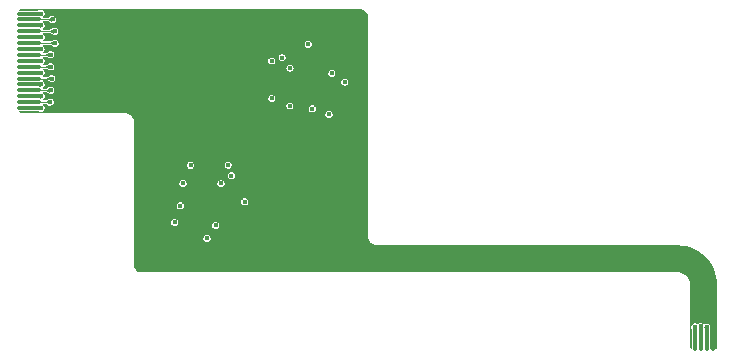
<source format=gbr>
%TF.GenerationSoftware,KiCad,Pcbnew,9.0.1*%
%TF.CreationDate,2025-05-20T09:40:34+02:00*%
%TF.ProjectId,Card_Adapter_Flex_AddOn,43617264-5f41-4646-9170-7465725f466c,0*%
%TF.SameCoordinates,Original*%
%TF.FileFunction,Copper,L4,Bot*%
%TF.FilePolarity,Positive*%
%FSLAX46Y46*%
G04 Gerber Fmt 4.6, Leading zero omitted, Abs format (unit mm)*
G04 Created by KiCad (PCBNEW 9.0.1) date 2025-05-20 09:40:34*
%MOMM*%
%LPD*%
G01*
G04 APERTURE LIST*
G04 Aperture macros list*
%AMRoundRect*
0 Rectangle with rounded corners*
0 $1 Rounding radius*
0 $2 $3 $4 $5 $6 $7 $8 $9 X,Y pos of 4 corners*
0 Add a 4 corners polygon primitive as box body*
4,1,4,$2,$3,$4,$5,$6,$7,$8,$9,$2,$3,0*
0 Add four circle primitives for the rounded corners*
1,1,$1+$1,$2,$3*
1,1,$1+$1,$4,$5*
1,1,$1+$1,$6,$7*
1,1,$1+$1,$8,$9*
0 Add four rect primitives between the rounded corners*
20,1,$1+$1,$2,$3,$4,$5,0*
20,1,$1+$1,$4,$5,$6,$7,0*
20,1,$1+$1,$6,$7,$8,$9,0*
20,1,$1+$1,$8,$9,$2,$3,0*%
G04 Aperture macros list end*
%TA.AperFunction,SMDPad,CuDef*%
%ADD10RoundRect,0.045000X-0.105000X-0.955000X0.105000X-0.955000X0.105000X0.955000X-0.105000X0.955000X0*%
%TD*%
%TA.AperFunction,SMDPad,CuDef*%
%ADD11RoundRect,0.045000X-0.955000X0.105000X-0.955000X-0.105000X0.955000X-0.105000X0.955000X0.105000X0*%
%TD*%
%TA.AperFunction,ViaPad*%
%ADD12C,0.400000*%
%TD*%
%TA.AperFunction,Conductor*%
%ADD13C,0.200000*%
%TD*%
%TA.AperFunction,Conductor*%
%ADD14C,0.300000*%
%TD*%
%TA.AperFunction,Conductor*%
%ADD15C,0.100000*%
%TD*%
G04 APERTURE END LIST*
D10*
%TO.P,J2,1,Pin_1*%
%TO.N,+3V3*%
X121950000Y-80470000D03*
%TO.P,J2,2,Pin_2*%
%TO.N,Heim_time_in*%
X121450000Y-80470000D03*
%TO.P,J2,3,Pin_3*%
%TO.N,GND*%
X120950000Y-80470000D03*
%TO.P,J2,4,Pin_4*%
%TO.N,Master_trigger_in*%
X120450000Y-80470000D03*
%TD*%
D11*
%TO.P,J1,1,Pin_1*%
%TO.N,GND*%
X64100000Y-60950000D03*
%TO.P,J1,2,Pin_2*%
%TO.N,Master_trigger_out_1*%
X64100000Y-60450000D03*
%TO.P,J1,3,Pin_3*%
%TO.N,GND*%
X64100000Y-59950000D03*
%TO.P,J1,4,Pin_4*%
%TO.N,Master_trigger_out_2*%
X64100000Y-59450000D03*
%TO.P,J1,5,Pin_5*%
%TO.N,GND*%
X64100000Y-58950000D03*
%TO.P,J1,6,Pin_6*%
%TO.N,Master_trigger_out_3*%
X64100000Y-58450000D03*
%TO.P,J1,7,Pin_7*%
%TO.N,GND*%
X64100000Y-57950000D03*
%TO.P,J1,8,Pin_8*%
%TO.N,Master_trigger_out_4*%
X64100000Y-57450000D03*
%TO.P,J1,9,Pin_9*%
%TO.N,GND*%
X64100000Y-56950000D03*
%TO.P,J1,10,Pin_10*%
%TO.N,Heim_time_out_1*%
X64100000Y-56450000D03*
%TO.P,J1,11,Pin_11*%
%TO.N,GND*%
X64100000Y-55950000D03*
%TO.P,J1,12,Pin_12*%
%TO.N,Heim_time_out_2*%
X64100000Y-55450000D03*
%TO.P,J1,13,Pin_13*%
%TO.N,GND*%
X64100000Y-54950000D03*
%TO.P,J1,14,Pin_14*%
%TO.N,Heim_time_out_3*%
X64100000Y-54450000D03*
%TO.P,J1,15,Pin_15*%
%TO.N,GND*%
X64100000Y-53950000D03*
%TO.P,J1,16,Pin_16*%
%TO.N,Heim_time_out_4*%
X64100000Y-53450000D03*
%TO.P,J1,17,Pin_17*%
%TO.N,GND*%
X64100000Y-52950000D03*
%TD*%
D12*
%TO.N,GND*%
X65100000Y-54950000D03*
X88060000Y-61010000D03*
X79885000Y-70880002D03*
X81215000Y-66660000D03*
X84630000Y-60130000D03*
X90810000Y-58740000D03*
X89720002Y-58000000D03*
X82335000Y-68880000D03*
X120950000Y-79440000D03*
X79145000Y-71970000D03*
X65100000Y-60950000D03*
X80324750Y-67333142D03*
X89470000Y-61470000D03*
X85500000Y-56670000D03*
X65100000Y-56950000D03*
X76415000Y-70630000D03*
X80935000Y-65780000D03*
X87720000Y-55550000D03*
X65100000Y-55950000D03*
X86173142Y-57560250D03*
X65100000Y-57950000D03*
X84620000Y-56950000D03*
X65100000Y-53950000D03*
X65100000Y-52950000D03*
X65100000Y-58950000D03*
X65100000Y-59950000D03*
X76875000Y-69220000D03*
X77755000Y-65790000D03*
X86160000Y-60770000D03*
X77115000Y-67320000D03*
%TO.N,Heim_time_in*%
X121450000Y-79470000D03*
%TO.N,Master_trigger_in*%
X120450000Y-79460000D03*
%TO.N,+3V3*%
X81375000Y-68880000D03*
X78075000Y-67320000D03*
X89850000Y-58740000D03*
X86160000Y-59810000D03*
X79145000Y-71010000D03*
X89660000Y-59560000D03*
X80510000Y-70240000D03*
X89070000Y-57370000D03*
X87720000Y-56510000D03*
X78325000Y-70820000D03*
%TO.N,Heim_time_out_1*%
X65910797Y-56426770D03*
%TO.N,Heim_time_out_2*%
X66280000Y-55460000D03*
%TO.N,Heim_time_out_3*%
X66250000Y-54450000D03*
%TO.N,Heim_time_out_4*%
X66070000Y-53450000D03*
%TO.N,Master_trigger_out_1*%
X65890507Y-60440768D03*
%TO.N,Master_trigger_out_2*%
X65920000Y-59450000D03*
%TO.N,Master_trigger_out_3*%
X66010000Y-58450000D03*
%TO.N,Master_trigger_out_4*%
X65913783Y-57451412D03*
%TD*%
D13*
%TO.N,Heim_time_in*%
X121450000Y-80470000D02*
X121450000Y-79470000D01*
%TO.N,Master_trigger_in*%
X120450000Y-80470000D02*
X120450000Y-79460000D01*
D14*
%TO.N,GND*%
X65100000Y-60950000D02*
X64100000Y-60950000D01*
X65100000Y-59950000D02*
X64100000Y-59950000D01*
X65100000Y-58950000D02*
X64100000Y-58950000D01*
X65100000Y-57950000D02*
X64100000Y-57950000D01*
X65100000Y-56950000D02*
X64100000Y-56950000D01*
X65100000Y-55950000D02*
X64100000Y-55950000D01*
X65100000Y-54950000D02*
X64100000Y-54950000D01*
X64100000Y-53950000D02*
X65100000Y-53950000D01*
X65100000Y-52950000D02*
X64100000Y-52950000D01*
D15*
X120950000Y-79440000D02*
X120950000Y-80470000D01*
%TO.N,Heim_time_out_1*%
X65910797Y-56426770D02*
X65887567Y-56450000D01*
X65887567Y-56450000D02*
X64100000Y-56450000D01*
%TO.N,Heim_time_out_2*%
X66270000Y-55450000D02*
X64100000Y-55450000D01*
X66280000Y-55460000D02*
X66270000Y-55450000D01*
%TO.N,Heim_time_out_3*%
X66250000Y-54450000D02*
X64100000Y-54450000D01*
%TO.N,Heim_time_out_4*%
X66070000Y-53450000D02*
X64100000Y-53450000D01*
%TO.N,Master_trigger_out_1*%
X65890507Y-60440768D02*
X65881275Y-60450000D01*
X65881275Y-60450000D02*
X64100000Y-60450000D01*
%TO.N,Master_trigger_out_2*%
X65920000Y-59450000D02*
X64100000Y-59450000D01*
%TO.N,Master_trigger_out_3*%
X66010000Y-58450000D02*
X64100000Y-58450000D01*
%TO.N,Master_trigger_out_4*%
X65708588Y-57451412D02*
X65707176Y-57450000D01*
X65707176Y-57450000D02*
X64100000Y-57450000D01*
X65913783Y-57451412D02*
X65708588Y-57451412D01*
%TD*%
%TA.AperFunction,Conductor*%
%TO.N,+3V3*%
G36*
X92112733Y-52550807D02*
G01*
X92249048Y-52566166D01*
X92259732Y-52568605D01*
X92386596Y-52612997D01*
X92396478Y-52617756D01*
X92510151Y-52689180D01*
X92510283Y-52689263D01*
X92518862Y-52696105D01*
X92613894Y-52791137D01*
X92620736Y-52799716D01*
X92692242Y-52913519D01*
X92697002Y-52923404D01*
X92741392Y-53050260D01*
X92743834Y-53060958D01*
X92759192Y-53197266D01*
X92759500Y-53202752D01*
X92759500Y-71693071D01*
X92759500Y-71720000D01*
X92759500Y-71803767D01*
X92769494Y-71854010D01*
X92792183Y-71968079D01*
X92792185Y-71968085D01*
X92856296Y-72122862D01*
X92949371Y-72262159D01*
X93067840Y-72380628D01*
X93204214Y-72471750D01*
X93207137Y-72473703D01*
X93361918Y-72537816D01*
X93526233Y-72570500D01*
X93590009Y-72570500D01*
X118973071Y-72570500D01*
X118998714Y-72570500D01*
X119001278Y-72570567D01*
X119347561Y-72588715D01*
X119352643Y-72589249D01*
X119693871Y-72643294D01*
X119698883Y-72644360D01*
X120032574Y-72733772D01*
X120037446Y-72735355D01*
X120359968Y-72859159D01*
X120364644Y-72861241D01*
X120672462Y-73018082D01*
X120676900Y-73020644D01*
X120966638Y-73208802D01*
X120970775Y-73211808D01*
X121062494Y-73286080D01*
X121239260Y-73429222D01*
X121243071Y-73432654D01*
X121487345Y-73676928D01*
X121490777Y-73680739D01*
X121708186Y-73949217D01*
X121711201Y-73953367D01*
X121899353Y-74243096D01*
X121901917Y-74247537D01*
X122058756Y-74555350D01*
X122060842Y-74560036D01*
X122184643Y-74882550D01*
X122186228Y-74887428D01*
X122275638Y-75221113D01*
X122276705Y-75226130D01*
X122330749Y-75567346D01*
X122331285Y-75572446D01*
X122349433Y-75918720D01*
X122349500Y-75921285D01*
X122349500Y-81166142D01*
X122348897Y-81173807D01*
X122348897Y-81173808D01*
X122340949Y-81223985D01*
X122336211Y-81238565D01*
X122314921Y-81280349D01*
X122305910Y-81292751D01*
X122272751Y-81325910D01*
X122260349Y-81334921D01*
X122218565Y-81356211D01*
X122203985Y-81360949D01*
X122159831Y-81367942D01*
X122153806Y-81368897D01*
X122146142Y-81369500D01*
X121749500Y-81369500D01*
X121714852Y-81355148D01*
X121700500Y-81320500D01*
X121700500Y-79694613D01*
X121704395Y-79675468D01*
X121704605Y-79674974D01*
X121717311Y-79645039D01*
X121719868Y-79638400D01*
X121720386Y-79636907D01*
X121722499Y-79630079D01*
X121744656Y-79548817D01*
X121745502Y-79545506D01*
X121745678Y-79544767D01*
X121745947Y-79532002D01*
X121747607Y-79520356D01*
X121748433Y-79517277D01*
X121750500Y-79509562D01*
X121750500Y-79430438D01*
X121750500Y-79430436D01*
X121741843Y-79398134D01*
X121730021Y-79354011D01*
X121730020Y-79354009D01*
X121730020Y-79354008D01*
X121690459Y-79285488D01*
X121634511Y-79229540D01*
X121565990Y-79189979D01*
X121489564Y-79169500D01*
X121489562Y-79169500D01*
X121410438Y-79169500D01*
X121410436Y-79169500D01*
X121334010Y-79189979D01*
X121334008Y-79189979D01*
X121265488Y-79229540D01*
X121265488Y-79229541D01*
X121249648Y-79245381D01*
X121215000Y-79259733D01*
X121180352Y-79245381D01*
X121134511Y-79199540D01*
X121065990Y-79159979D01*
X120989564Y-79139500D01*
X120989562Y-79139500D01*
X120910438Y-79139500D01*
X120910436Y-79139500D01*
X120834010Y-79159979D01*
X120834008Y-79159979D01*
X120765488Y-79199540D01*
X120765488Y-79199541D01*
X120724648Y-79240381D01*
X120690000Y-79254733D01*
X120655352Y-79240381D01*
X120634511Y-79219540D01*
X120565990Y-79179979D01*
X120489564Y-79159500D01*
X120489562Y-79159500D01*
X120410438Y-79159500D01*
X120410436Y-79159500D01*
X120334010Y-79179979D01*
X120334008Y-79179979D01*
X120265488Y-79219540D01*
X120265488Y-79219541D01*
X120209541Y-79275488D01*
X120209540Y-79275488D01*
X120169979Y-79344008D01*
X120169979Y-79344010D01*
X120149500Y-79420436D01*
X120149500Y-79499561D01*
X120153243Y-79513532D01*
X120154648Y-79521137D01*
X120156878Y-79542547D01*
X120193551Y-79661032D01*
X120195741Y-79667386D01*
X120196294Y-79668837D01*
X120199500Y-79686269D01*
X120199500Y-81279866D01*
X120185148Y-81314514D01*
X120150500Y-81328866D01*
X120115852Y-81314514D01*
X120094089Y-81292751D01*
X120085078Y-81280349D01*
X120063788Y-81238565D01*
X120059050Y-81223984D01*
X120051103Y-81173807D01*
X120050500Y-81166142D01*
X120050500Y-75828099D01*
X120050500Y-75828093D01*
X120018581Y-75647072D01*
X119955713Y-75474344D01*
X119955711Y-75474340D01*
X119955709Y-75474336D01*
X119863809Y-75315160D01*
X119863806Y-75315156D01*
X119745653Y-75174347D01*
X119604844Y-75056194D01*
X119604843Y-75056193D01*
X119604839Y-75056190D01*
X119445663Y-74964290D01*
X119445654Y-74964286D01*
X119272932Y-74901420D01*
X119272929Y-74901419D01*
X119272928Y-74901419D01*
X119091907Y-74869500D01*
X73612752Y-74869500D01*
X73607266Y-74869192D01*
X73470958Y-74853834D01*
X73460260Y-74851392D01*
X73333404Y-74807002D01*
X73323519Y-74802242D01*
X73209716Y-74730736D01*
X73201137Y-74723894D01*
X73106105Y-74628862D01*
X73099263Y-74620283D01*
X73027757Y-74506480D01*
X73022997Y-74496595D01*
X73013020Y-74468082D01*
X72978605Y-74369732D01*
X72976166Y-74359048D01*
X72960808Y-74222733D01*
X72960500Y-74217247D01*
X72960500Y-71930436D01*
X78844500Y-71930436D01*
X78844500Y-72009563D01*
X78864979Y-72085989D01*
X78864979Y-72085991D01*
X78886268Y-72122863D01*
X78904540Y-72154511D01*
X78960489Y-72210460D01*
X79029011Y-72250021D01*
X79064478Y-72259524D01*
X79105436Y-72270500D01*
X79105438Y-72270500D01*
X79184564Y-72270500D01*
X79215690Y-72262159D01*
X79260989Y-72250021D01*
X79329511Y-72210460D01*
X79385460Y-72154511D01*
X79425021Y-72085989D01*
X79445500Y-72009562D01*
X79445500Y-71930438D01*
X79445500Y-71930436D01*
X79436843Y-71898134D01*
X79425021Y-71854011D01*
X79425020Y-71854009D01*
X79425020Y-71854008D01*
X79385459Y-71785488D01*
X79329511Y-71729540D01*
X79260990Y-71689979D01*
X79184564Y-71669500D01*
X79184562Y-71669500D01*
X79105438Y-71669500D01*
X79105436Y-71669500D01*
X79029010Y-71689979D01*
X79029008Y-71689979D01*
X78960488Y-71729540D01*
X78960488Y-71729541D01*
X78904541Y-71785488D01*
X78904540Y-71785488D01*
X78864979Y-71854008D01*
X78864979Y-71854010D01*
X78844500Y-71930436D01*
X72960500Y-71930436D01*
X72960500Y-70590436D01*
X76114500Y-70590436D01*
X76114500Y-70669563D01*
X76134979Y-70745989D01*
X76134979Y-70745991D01*
X76173511Y-70812728D01*
X76174540Y-70814511D01*
X76230489Y-70870460D01*
X76299011Y-70910021D01*
X76334478Y-70919524D01*
X76375436Y-70930500D01*
X76375438Y-70930500D01*
X76454564Y-70930500D01*
X76481230Y-70923354D01*
X76530989Y-70910021D01*
X76599511Y-70870460D01*
X76629533Y-70840438D01*
X79584500Y-70840438D01*
X79584500Y-70919565D01*
X79604979Y-70995991D01*
X79604979Y-70995993D01*
X79644540Y-71064513D01*
X79700489Y-71120462D01*
X79769011Y-71160023D01*
X79804478Y-71169526D01*
X79845436Y-71180502D01*
X79845438Y-71180502D01*
X79924564Y-71180502D01*
X79951230Y-71173356D01*
X80000989Y-71160023D01*
X80069511Y-71120462D01*
X80125460Y-71064513D01*
X80165021Y-70995991D01*
X80185500Y-70919564D01*
X80185500Y-70840440D01*
X80185500Y-70840438D01*
X80176843Y-70808136D01*
X80165021Y-70764013D01*
X80165020Y-70764011D01*
X80165020Y-70764010D01*
X80125459Y-70695490D01*
X80069511Y-70639542D01*
X80000990Y-70599981D01*
X79924564Y-70579502D01*
X79924562Y-70579502D01*
X79845438Y-70579502D01*
X79845436Y-70579502D01*
X79769010Y-70599981D01*
X79769008Y-70599981D01*
X79700488Y-70639542D01*
X79700488Y-70639543D01*
X79644541Y-70695490D01*
X79644540Y-70695490D01*
X79604979Y-70764010D01*
X79604979Y-70764012D01*
X79584500Y-70840438D01*
X76629533Y-70840438D01*
X76655460Y-70814511D01*
X76695021Y-70745989D01*
X76715500Y-70669562D01*
X76715500Y-70590438D01*
X76715500Y-70590436D01*
X76706843Y-70558134D01*
X76695021Y-70514011D01*
X76695020Y-70514009D01*
X76695020Y-70514008D01*
X76655459Y-70445488D01*
X76599511Y-70389540D01*
X76530990Y-70349979D01*
X76454564Y-70329500D01*
X76454562Y-70329500D01*
X76375438Y-70329500D01*
X76375436Y-70329500D01*
X76299010Y-70349979D01*
X76299008Y-70349979D01*
X76230488Y-70389540D01*
X76230488Y-70389541D01*
X76174541Y-70445488D01*
X76174540Y-70445488D01*
X76134979Y-70514008D01*
X76134979Y-70514010D01*
X76114500Y-70590436D01*
X72960500Y-70590436D01*
X72960500Y-69180436D01*
X76574500Y-69180436D01*
X76574500Y-69259563D01*
X76594979Y-69335989D01*
X76594979Y-69335991D01*
X76634540Y-69404511D01*
X76690489Y-69460460D01*
X76759011Y-69500021D01*
X76794478Y-69509524D01*
X76835436Y-69520500D01*
X76835438Y-69520500D01*
X76914564Y-69520500D01*
X76941230Y-69513354D01*
X76990989Y-69500021D01*
X77059511Y-69460460D01*
X77115460Y-69404511D01*
X77155021Y-69335989D01*
X77175500Y-69259562D01*
X77175500Y-69180438D01*
X77175500Y-69180436D01*
X77166843Y-69148134D01*
X77155021Y-69104011D01*
X77155020Y-69104009D01*
X77155020Y-69104008D01*
X77115459Y-69035488D01*
X77059511Y-68979540D01*
X76990990Y-68939979D01*
X76914564Y-68919500D01*
X76914562Y-68919500D01*
X76835438Y-68919500D01*
X76835436Y-68919500D01*
X76759010Y-68939979D01*
X76759008Y-68939979D01*
X76690488Y-68979540D01*
X76690488Y-68979541D01*
X76634541Y-69035488D01*
X76634540Y-69035488D01*
X76594979Y-69104008D01*
X76594979Y-69104010D01*
X76574500Y-69180436D01*
X72960500Y-69180436D01*
X72960500Y-68840436D01*
X82034500Y-68840436D01*
X82034500Y-68919563D01*
X82054979Y-68995989D01*
X82054979Y-68995991D01*
X82077784Y-69035489D01*
X82094540Y-69064511D01*
X82150489Y-69120460D01*
X82219011Y-69160021D01*
X82254478Y-69169524D01*
X82295436Y-69180500D01*
X82295438Y-69180500D01*
X82374564Y-69180500D01*
X82401230Y-69173354D01*
X82450989Y-69160021D01*
X82519511Y-69120460D01*
X82575460Y-69064511D01*
X82615021Y-68995989D01*
X82635500Y-68919562D01*
X82635500Y-68840438D01*
X82635500Y-68840436D01*
X82626843Y-68808134D01*
X82615021Y-68764011D01*
X82615020Y-68764009D01*
X82615020Y-68764008D01*
X82575459Y-68695488D01*
X82519511Y-68639540D01*
X82450990Y-68599979D01*
X82374564Y-68579500D01*
X82374562Y-68579500D01*
X82295438Y-68579500D01*
X82295436Y-68579500D01*
X82219010Y-68599979D01*
X82219008Y-68599979D01*
X82150488Y-68639540D01*
X82150488Y-68639541D01*
X82094541Y-68695488D01*
X82094540Y-68695488D01*
X82054979Y-68764008D01*
X82054979Y-68764010D01*
X82034500Y-68840436D01*
X72960500Y-68840436D01*
X72960500Y-67280436D01*
X76814500Y-67280436D01*
X76814500Y-67359563D01*
X76834979Y-67435989D01*
X76834979Y-67435991D01*
X76874540Y-67504511D01*
X76930489Y-67560460D01*
X76999011Y-67600021D01*
X77034478Y-67609524D01*
X77075436Y-67620500D01*
X77075438Y-67620500D01*
X77154564Y-67620500D01*
X77181947Y-67613162D01*
X77230989Y-67600021D01*
X77299511Y-67560460D01*
X77355460Y-67504511D01*
X77395021Y-67435989D01*
X77415500Y-67359562D01*
X77415500Y-67293578D01*
X80024250Y-67293578D01*
X80024250Y-67372705D01*
X80044729Y-67449131D01*
X80044729Y-67449133D01*
X80076703Y-67504512D01*
X80084290Y-67517653D01*
X80140239Y-67573602D01*
X80208761Y-67613163D01*
X80244228Y-67622666D01*
X80285186Y-67633642D01*
X80285188Y-67633642D01*
X80364314Y-67633642D01*
X80390980Y-67626496D01*
X80440739Y-67613163D01*
X80509261Y-67573602D01*
X80565210Y-67517653D01*
X80604771Y-67449131D01*
X80625250Y-67372704D01*
X80625250Y-67293580D01*
X80625250Y-67293578D01*
X80616593Y-67261276D01*
X80604771Y-67217153D01*
X80604770Y-67217151D01*
X80604770Y-67217150D01*
X80565209Y-67148630D01*
X80509261Y-67092682D01*
X80440740Y-67053121D01*
X80364314Y-67032642D01*
X80364312Y-67032642D01*
X80285188Y-67032642D01*
X80285186Y-67032642D01*
X80208760Y-67053121D01*
X80208758Y-67053121D01*
X80140238Y-67092682D01*
X80140238Y-67092683D01*
X80084291Y-67148630D01*
X80084290Y-67148630D01*
X80044729Y-67217150D01*
X80044729Y-67217152D01*
X80024250Y-67293578D01*
X77415500Y-67293578D01*
X77415500Y-67280438D01*
X77415500Y-67280436D01*
X77398542Y-67217152D01*
X77395021Y-67204011D01*
X77395020Y-67204009D01*
X77395020Y-67204008D01*
X77355459Y-67135488D01*
X77299511Y-67079540D01*
X77230990Y-67039979D01*
X77154564Y-67019500D01*
X77154562Y-67019500D01*
X77075438Y-67019500D01*
X77075436Y-67019500D01*
X76999010Y-67039979D01*
X76999008Y-67039979D01*
X76930488Y-67079540D01*
X76930488Y-67079541D01*
X76874541Y-67135488D01*
X76874540Y-67135488D01*
X76834979Y-67204008D01*
X76834979Y-67204010D01*
X76814500Y-67280436D01*
X72960500Y-67280436D01*
X72960500Y-66620436D01*
X80914500Y-66620436D01*
X80914500Y-66699563D01*
X80934979Y-66775989D01*
X80934979Y-66775991D01*
X80974540Y-66844511D01*
X81030489Y-66900460D01*
X81099011Y-66940021D01*
X81134478Y-66949524D01*
X81175436Y-66960500D01*
X81175438Y-66960500D01*
X81254564Y-66960500D01*
X81281230Y-66953354D01*
X81330989Y-66940021D01*
X81399511Y-66900460D01*
X81455460Y-66844511D01*
X81495021Y-66775989D01*
X81515500Y-66699562D01*
X81515500Y-66620438D01*
X81515500Y-66620436D01*
X81506843Y-66588134D01*
X81495021Y-66544011D01*
X81495020Y-66544009D01*
X81495020Y-66544008D01*
X81455459Y-66475488D01*
X81399511Y-66419540D01*
X81330990Y-66379979D01*
X81254564Y-66359500D01*
X81254562Y-66359500D01*
X81175438Y-66359500D01*
X81175436Y-66359500D01*
X81099010Y-66379979D01*
X81099008Y-66379979D01*
X81030488Y-66419540D01*
X81030488Y-66419541D01*
X80974541Y-66475488D01*
X80974540Y-66475488D01*
X80934979Y-66544008D01*
X80934979Y-66544010D01*
X80914500Y-66620436D01*
X72960500Y-66620436D01*
X72960500Y-65750436D01*
X77454500Y-65750436D01*
X77454500Y-65829563D01*
X77474979Y-65905989D01*
X77474979Y-65905991D01*
X77508767Y-65964512D01*
X77514540Y-65974511D01*
X77570489Y-66030460D01*
X77639011Y-66070021D01*
X77674478Y-66079524D01*
X77715436Y-66090500D01*
X77715438Y-66090500D01*
X77794564Y-66090500D01*
X77821230Y-66083354D01*
X77870989Y-66070021D01*
X77939511Y-66030460D01*
X77995460Y-65974511D01*
X78035021Y-65905989D01*
X78055500Y-65829562D01*
X78055500Y-65750438D01*
X78055500Y-65750436D01*
X78055358Y-65749906D01*
X78055358Y-65749905D01*
X78052820Y-65740436D01*
X80634500Y-65740436D01*
X80634500Y-65819563D01*
X80654979Y-65895989D01*
X80654979Y-65895991D01*
X80694540Y-65964511D01*
X80750489Y-66020460D01*
X80819011Y-66060021D01*
X80854478Y-66069524D01*
X80895436Y-66080500D01*
X80895438Y-66080500D01*
X80974564Y-66080500D01*
X81001230Y-66073354D01*
X81050989Y-66060021D01*
X81119511Y-66020460D01*
X81175460Y-65964511D01*
X81215021Y-65895989D01*
X81232820Y-65829563D01*
X81235500Y-65819563D01*
X81235500Y-65740436D01*
X81226843Y-65708134D01*
X81215021Y-65664011D01*
X81215020Y-65664009D01*
X81215020Y-65664008D01*
X81175459Y-65595488D01*
X81119511Y-65539540D01*
X81050990Y-65499979D01*
X80974564Y-65479500D01*
X80974562Y-65479500D01*
X80895438Y-65479500D01*
X80895436Y-65479500D01*
X80819010Y-65499979D01*
X80819008Y-65499979D01*
X80750488Y-65539540D01*
X80750488Y-65539541D01*
X80694541Y-65595488D01*
X80694540Y-65595488D01*
X80654979Y-65664008D01*
X80654979Y-65664010D01*
X80634500Y-65740436D01*
X78052820Y-65740436D01*
X78044612Y-65709806D01*
X78035021Y-65674011D01*
X78035020Y-65674009D01*
X78035020Y-65674008D01*
X77995459Y-65605488D01*
X77939511Y-65549540D01*
X77870990Y-65509979D01*
X77794564Y-65489500D01*
X77794562Y-65489500D01*
X77715438Y-65489500D01*
X77715436Y-65489500D01*
X77639010Y-65509979D01*
X77639008Y-65509979D01*
X77570488Y-65549540D01*
X77570488Y-65549541D01*
X77514541Y-65605488D01*
X77514540Y-65605488D01*
X77474979Y-65674008D01*
X77474979Y-65674010D01*
X77454500Y-65750436D01*
X72960500Y-65750436D01*
X72960500Y-62116236D01*
X72960500Y-62116233D01*
X72927816Y-61951918D01*
X72863703Y-61797137D01*
X72832221Y-61750021D01*
X72770628Y-61657840D01*
X72652159Y-61539371D01*
X72545296Y-61467968D01*
X72512862Y-61446296D01*
X72474573Y-61430436D01*
X89169500Y-61430436D01*
X89169500Y-61509563D01*
X89189979Y-61585989D01*
X89189979Y-61585991D01*
X89229540Y-61654511D01*
X89285489Y-61710460D01*
X89354011Y-61750021D01*
X89389478Y-61759524D01*
X89430436Y-61770500D01*
X89430438Y-61770500D01*
X89509564Y-61770500D01*
X89536230Y-61763354D01*
X89585989Y-61750021D01*
X89654511Y-61710460D01*
X89710460Y-61654511D01*
X89750021Y-61585989D01*
X89770500Y-61509562D01*
X89770500Y-61430438D01*
X89770500Y-61430436D01*
X89757570Y-61382183D01*
X89750021Y-61354011D01*
X89750020Y-61354009D01*
X89750020Y-61354008D01*
X89721486Y-61304587D01*
X89710460Y-61285489D01*
X89654511Y-61229540D01*
X89623303Y-61211522D01*
X89585990Y-61189979D01*
X89509564Y-61169500D01*
X89509562Y-61169500D01*
X89430438Y-61169500D01*
X89430436Y-61169500D01*
X89354010Y-61189979D01*
X89354008Y-61189979D01*
X89285488Y-61229540D01*
X89285488Y-61229541D01*
X89229541Y-61285488D01*
X89229540Y-61285488D01*
X89189979Y-61354008D01*
X89189979Y-61354010D01*
X89169500Y-61430436D01*
X72474573Y-61430436D01*
X72358085Y-61382185D01*
X72358079Y-61382183D01*
X72291816Y-61369002D01*
X72193767Y-61349500D01*
X72193764Y-61349500D01*
X63403858Y-61349500D01*
X63396193Y-61348897D01*
X63388950Y-61347749D01*
X63346014Y-61340949D01*
X63331434Y-61336211D01*
X63289650Y-61314921D01*
X63277248Y-61305910D01*
X63255486Y-61284148D01*
X63241134Y-61249500D01*
X63255486Y-61214852D01*
X63290134Y-61200500D01*
X64050172Y-61200500D01*
X64682863Y-61200500D01*
X64694267Y-61201845D01*
X64711024Y-61205856D01*
X64838321Y-61210767D01*
X64845191Y-61211521D01*
X64944088Y-61229508D01*
X64945306Y-61229746D01*
X65027931Y-61247027D01*
X65041759Y-61247128D01*
X65054082Y-61248797D01*
X65056065Y-61249328D01*
X65060438Y-61250500D01*
X65139564Y-61250500D01*
X65166230Y-61243354D01*
X65215989Y-61230021D01*
X65216821Y-61229541D01*
X65225170Y-61224720D01*
X65284511Y-61190460D01*
X65340460Y-61134511D01*
X65380021Y-61065989D01*
X65400500Y-60989562D01*
X65400500Y-60910438D01*
X65400500Y-60910436D01*
X65391843Y-60878134D01*
X65380021Y-60834011D01*
X65380020Y-60834009D01*
X65380020Y-60834008D01*
X65342799Y-60769541D01*
X65340460Y-60765489D01*
X65284511Y-60709540D01*
X65254017Y-60691934D01*
X65231188Y-60662182D01*
X65236083Y-60625000D01*
X65265836Y-60602170D01*
X65278518Y-60600500D01*
X65470969Y-60600500D01*
X65477351Y-60600917D01*
X65480701Y-60601357D01*
X65497615Y-60606009D01*
X65538652Y-60608969D01*
X65540066Y-60609155D01*
X65540497Y-60609404D01*
X65545944Y-60610297D01*
X65551420Y-60611712D01*
X65560510Y-60614061D01*
X65572777Y-60619083D01*
X65583493Y-60625280D01*
X65629775Y-60652044D01*
X65631385Y-60653017D01*
X65632960Y-60654011D01*
X65693069Y-60691935D01*
X65693152Y-60691987D01*
X65701602Y-60696628D01*
X65704351Y-60698138D01*
X65706934Y-60699359D01*
X65714088Y-60702222D01*
X65718836Y-60704122D01*
X65805807Y-60732930D01*
X65811820Y-60734725D01*
X65813160Y-60735082D01*
X65824436Y-60735470D01*
X65835427Y-60737109D01*
X65850945Y-60741268D01*
X65850946Y-60741268D01*
X65930071Y-60741268D01*
X65961186Y-60732930D01*
X65970494Y-60730436D01*
X85859500Y-60730436D01*
X85859500Y-60809563D01*
X85879979Y-60885989D01*
X85879979Y-60885991D01*
X85912735Y-60942724D01*
X85919540Y-60954511D01*
X85975489Y-61010460D01*
X86025649Y-61039420D01*
X86043217Y-61049563D01*
X86044011Y-61050021D01*
X86079478Y-61059524D01*
X86120436Y-61070500D01*
X86120438Y-61070500D01*
X86199564Y-61070500D01*
X86226230Y-61063354D01*
X86275989Y-61050021D01*
X86276783Y-61049563D01*
X86285170Y-61044720D01*
X86344511Y-61010460D01*
X86384535Y-60970436D01*
X87759500Y-60970436D01*
X87759500Y-61049563D01*
X87779979Y-61125989D01*
X87779979Y-61125991D01*
X87805100Y-61169500D01*
X87819540Y-61194511D01*
X87875489Y-61250460D01*
X87904593Y-61267263D01*
X87936159Y-61285488D01*
X87944011Y-61290021D01*
X87979478Y-61299524D01*
X88020436Y-61310500D01*
X88020438Y-61310500D01*
X88099564Y-61310500D01*
X88126230Y-61303354D01*
X88175989Y-61290021D01*
X88244511Y-61250460D01*
X88300460Y-61194511D01*
X88340021Y-61125989D01*
X88360377Y-61050021D01*
X88360500Y-61049563D01*
X88360500Y-60970436D01*
X88351843Y-60938134D01*
X88340021Y-60894011D01*
X88340020Y-60894009D01*
X88340020Y-60894008D01*
X88305380Y-60834011D01*
X88300460Y-60825489D01*
X88244511Y-60769540D01*
X88175990Y-60729979D01*
X88099564Y-60709500D01*
X88099562Y-60709500D01*
X88020438Y-60709500D01*
X88020436Y-60709500D01*
X87944010Y-60729979D01*
X87944008Y-60729979D01*
X87875488Y-60769540D01*
X87875488Y-60769541D01*
X87819541Y-60825488D01*
X87819540Y-60825488D01*
X87779979Y-60894008D01*
X87779979Y-60894010D01*
X87759500Y-60970436D01*
X86384535Y-60970436D01*
X86400460Y-60954511D01*
X86440021Y-60885989D01*
X86460500Y-60809562D01*
X86460500Y-60730438D01*
X86460500Y-60730436D01*
X86450183Y-60691935D01*
X86440021Y-60654011D01*
X86440020Y-60654009D01*
X86440020Y-60654008D01*
X86414141Y-60609185D01*
X86400460Y-60585489D01*
X86344511Y-60529540D01*
X86275990Y-60489979D01*
X86199564Y-60469500D01*
X86199562Y-60469500D01*
X86120438Y-60469500D01*
X86120436Y-60469500D01*
X86044010Y-60489979D01*
X86044008Y-60489979D01*
X85975488Y-60529540D01*
X85975488Y-60529541D01*
X85919541Y-60585488D01*
X85919540Y-60585488D01*
X85879979Y-60654008D01*
X85879979Y-60654010D01*
X85859500Y-60730436D01*
X65970494Y-60730436D01*
X66006496Y-60720789D01*
X66075018Y-60681228D01*
X66130967Y-60625279D01*
X66170528Y-60556757D01*
X66191007Y-60480330D01*
X66191007Y-60401206D01*
X66191007Y-60401204D01*
X66182350Y-60368902D01*
X66170528Y-60324779D01*
X66170527Y-60324777D01*
X66170527Y-60324776D01*
X66130966Y-60256256D01*
X66075018Y-60200308D01*
X66006497Y-60160747D01*
X65930071Y-60140268D01*
X65930069Y-60140268D01*
X65850945Y-60140268D01*
X65850943Y-60140268D01*
X65774520Y-60160746D01*
X65774514Y-60160748D01*
X65736610Y-60182631D01*
X65732605Y-60184704D01*
X65707621Y-60196207D01*
X65644961Y-60241687D01*
X65642381Y-60243437D01*
X65583874Y-60280462D01*
X65569515Y-60286603D01*
X65556187Y-60289923D01*
X65547158Y-60291294D01*
X65499332Y-60294040D01*
X65482686Y-60298103D01*
X65471067Y-60299500D01*
X65278518Y-60299500D01*
X65243870Y-60285148D01*
X65229518Y-60250500D01*
X65243870Y-60215852D01*
X65254018Y-60208065D01*
X65284511Y-60190460D01*
X65340460Y-60134511D01*
X65365907Y-60090436D01*
X84329500Y-60090436D01*
X84329500Y-60169563D01*
X84349979Y-60245989D01*
X84349979Y-60245991D01*
X84377721Y-60294040D01*
X84389540Y-60314511D01*
X84445489Y-60370460D01*
X84514011Y-60410021D01*
X84549478Y-60419524D01*
X84590436Y-60430500D01*
X84590438Y-60430500D01*
X84669564Y-60430500D01*
X84696230Y-60423354D01*
X84745989Y-60410021D01*
X84814511Y-60370460D01*
X84870460Y-60314511D01*
X84910021Y-60245989D01*
X84930500Y-60169562D01*
X84930500Y-60090438D01*
X84930500Y-60090436D01*
X84921843Y-60058134D01*
X84910021Y-60014011D01*
X84910020Y-60014009D01*
X84910020Y-60014008D01*
X84870459Y-59945488D01*
X84814511Y-59889540D01*
X84745990Y-59849979D01*
X84669564Y-59829500D01*
X84669562Y-59829500D01*
X84590438Y-59829500D01*
X84590436Y-59829500D01*
X84514010Y-59849979D01*
X84514008Y-59849979D01*
X84445488Y-59889540D01*
X84445488Y-59889541D01*
X84389541Y-59945488D01*
X84389540Y-59945488D01*
X84349979Y-60014008D01*
X84349979Y-60014010D01*
X84329500Y-60090436D01*
X65365907Y-60090436D01*
X65380021Y-60065989D01*
X65400500Y-59989562D01*
X65400500Y-59910438D01*
X65400500Y-59910436D01*
X65391843Y-59878134D01*
X65380021Y-59834011D01*
X65380020Y-59834009D01*
X65380020Y-59834008D01*
X65340459Y-59765488D01*
X65284511Y-59709540D01*
X65254018Y-59691935D01*
X65231188Y-59662182D01*
X65236083Y-59625000D01*
X65265836Y-59602170D01*
X65278518Y-59600500D01*
X65500291Y-59600500D01*
X65506870Y-59600944D01*
X65510181Y-59601392D01*
X65526832Y-59606015D01*
X65565640Y-59608906D01*
X65567103Y-59609105D01*
X65567555Y-59609368D01*
X65573119Y-59610308D01*
X65584587Y-59613361D01*
X65597698Y-59619005D01*
X65655291Y-59654529D01*
X65657093Y-59655697D01*
X65666626Y-59662182D01*
X65718402Y-59697405D01*
X65718406Y-59697407D01*
X65718407Y-59697408D01*
X65730485Y-59704500D01*
X65733257Y-59705889D01*
X65740494Y-59708932D01*
X65746176Y-59711322D01*
X65834020Y-59741566D01*
X65834029Y-59741569D01*
X65840609Y-59743597D01*
X65842079Y-59743998D01*
X65852946Y-59744404D01*
X65863789Y-59746038D01*
X65880438Y-59750500D01*
X65880439Y-59750500D01*
X65959564Y-59750500D01*
X65992903Y-59741566D01*
X66035989Y-59730021D01*
X66104511Y-59690460D01*
X66160460Y-59634511D01*
X66200021Y-59565989D01*
X66220500Y-59489562D01*
X66220500Y-59410438D01*
X66220500Y-59410436D01*
X66211843Y-59378134D01*
X66200021Y-59334011D01*
X66200020Y-59334009D01*
X66200020Y-59334008D01*
X66171624Y-59284826D01*
X66160460Y-59265489D01*
X66104511Y-59209540D01*
X66097285Y-59205368D01*
X66035990Y-59169979D01*
X65959564Y-59149500D01*
X65959562Y-59149500D01*
X65880438Y-59149500D01*
X65880433Y-59149500D01*
X65869172Y-59152517D01*
X65860020Y-59154059D01*
X65840950Y-59155434D01*
X65840938Y-59155436D01*
X65793295Y-59168537D01*
X65785257Y-59171096D01*
X65783543Y-59171717D01*
X65775683Y-59174931D01*
X65731308Y-59195194D01*
X65723037Y-59199421D01*
X65721272Y-59200424D01*
X65713396Y-59205368D01*
X65655992Y-59245026D01*
X65654486Y-59246026D01*
X65602556Y-59279140D01*
X65590065Y-59284826D01*
X65576498Y-59288825D01*
X65566625Y-59290662D01*
X65526023Y-59293971D01*
X65511151Y-59297886D01*
X65498679Y-59299500D01*
X65278518Y-59299500D01*
X65243870Y-59285148D01*
X65229518Y-59250500D01*
X65243870Y-59215852D01*
X65254018Y-59208065D01*
X65258700Y-59205362D01*
X65284511Y-59190460D01*
X65340460Y-59134511D01*
X65380021Y-59065989D01*
X65400500Y-58989562D01*
X65400500Y-58910438D01*
X65400500Y-58910436D01*
X65391843Y-58878134D01*
X65380021Y-58834011D01*
X65380020Y-58834009D01*
X65380020Y-58834008D01*
X65354939Y-58790568D01*
X65340460Y-58765489D01*
X65284511Y-58709540D01*
X65254017Y-58691934D01*
X65231188Y-58662182D01*
X65236083Y-58625000D01*
X65265836Y-58602170D01*
X65278518Y-58600500D01*
X65590291Y-58600500D01*
X65596870Y-58600944D01*
X65600181Y-58601392D01*
X65616832Y-58606015D01*
X65655640Y-58608906D01*
X65657103Y-58609105D01*
X65657555Y-58609368D01*
X65663119Y-58610308D01*
X65674587Y-58613361D01*
X65687698Y-58619005D01*
X65745291Y-58654529D01*
X65747093Y-58655697D01*
X65756626Y-58662182D01*
X65808402Y-58697405D01*
X65808406Y-58697407D01*
X65808407Y-58697408D01*
X65820485Y-58704500D01*
X65823257Y-58705889D01*
X65830494Y-58708932D01*
X65836176Y-58711322D01*
X65924020Y-58741566D01*
X65924029Y-58741569D01*
X65930609Y-58743597D01*
X65932079Y-58743998D01*
X65942946Y-58744404D01*
X65953789Y-58746038D01*
X65970438Y-58750500D01*
X65970439Y-58750500D01*
X66049564Y-58750500D01*
X66082903Y-58741566D01*
X66125989Y-58730021D01*
X66177232Y-58700436D01*
X90509500Y-58700436D01*
X90509500Y-58779563D01*
X90529979Y-58855989D01*
X90529979Y-58855991D01*
X90561414Y-58910436D01*
X90569540Y-58924511D01*
X90625489Y-58980460D01*
X90694011Y-59020021D01*
X90729478Y-59029524D01*
X90770436Y-59040500D01*
X90770438Y-59040500D01*
X90849564Y-59040500D01*
X90876230Y-59033354D01*
X90925989Y-59020021D01*
X90994511Y-58980460D01*
X91050460Y-58924511D01*
X91090021Y-58855989D01*
X91110500Y-58779562D01*
X91110500Y-58700438D01*
X91110500Y-58700436D01*
X91098351Y-58655099D01*
X91090021Y-58624011D01*
X91090020Y-58624009D01*
X91090020Y-58624008D01*
X91050459Y-58555488D01*
X90994511Y-58499540D01*
X90925990Y-58459979D01*
X90849564Y-58439500D01*
X90849562Y-58439500D01*
X90770438Y-58439500D01*
X90770436Y-58439500D01*
X90694010Y-58459979D01*
X90694008Y-58459979D01*
X90625488Y-58499540D01*
X90625488Y-58499541D01*
X90569541Y-58555488D01*
X90569540Y-58555488D01*
X90529979Y-58624008D01*
X90529979Y-58624010D01*
X90509500Y-58700436D01*
X66177232Y-58700436D01*
X66194511Y-58690460D01*
X66250460Y-58634511D01*
X66290021Y-58565989D01*
X66310500Y-58489562D01*
X66310500Y-58410438D01*
X66310500Y-58410436D01*
X66301843Y-58378134D01*
X66290021Y-58334011D01*
X66290020Y-58334009D01*
X66290020Y-58334008D01*
X66261624Y-58284826D01*
X66250460Y-58265489D01*
X66194511Y-58209540D01*
X66187285Y-58205368D01*
X66125990Y-58169979D01*
X66049564Y-58149500D01*
X66049562Y-58149500D01*
X65970438Y-58149500D01*
X65970433Y-58149500D01*
X65959172Y-58152517D01*
X65950020Y-58154059D01*
X65930950Y-58155434D01*
X65930938Y-58155436D01*
X65883295Y-58168537D01*
X65875257Y-58171096D01*
X65873543Y-58171717D01*
X65865683Y-58174931D01*
X65821308Y-58195194D01*
X65813037Y-58199421D01*
X65811272Y-58200424D01*
X65803396Y-58205368D01*
X65745992Y-58245026D01*
X65744486Y-58246026D01*
X65692556Y-58279140D01*
X65680065Y-58284826D01*
X65666498Y-58288825D01*
X65656625Y-58290662D01*
X65616023Y-58293971D01*
X65601151Y-58297886D01*
X65588679Y-58299500D01*
X65278518Y-58299500D01*
X65243870Y-58285148D01*
X65229518Y-58250500D01*
X65243870Y-58215852D01*
X65254018Y-58208065D01*
X65258700Y-58205362D01*
X65284511Y-58190460D01*
X65340460Y-58134511D01*
X65380021Y-58065989D01*
X65400500Y-57989562D01*
X65400500Y-57960436D01*
X89419502Y-57960436D01*
X89419502Y-58039563D01*
X89439981Y-58115989D01*
X89439981Y-58115991D01*
X89479542Y-58184511D01*
X89535491Y-58240460D01*
X89604013Y-58280021D01*
X89634645Y-58288229D01*
X89680438Y-58300500D01*
X89680440Y-58300500D01*
X89759566Y-58300500D01*
X89786232Y-58293354D01*
X89835991Y-58280021D01*
X89904513Y-58240460D01*
X89960462Y-58184511D01*
X90000023Y-58115989D01*
X90020502Y-58039562D01*
X90020502Y-57960438D01*
X90020502Y-57960436D01*
X90007104Y-57910438D01*
X90000023Y-57884011D01*
X90000022Y-57884009D01*
X90000022Y-57884008D01*
X89960461Y-57815488D01*
X89904513Y-57759540D01*
X89835992Y-57719979D01*
X89759566Y-57699500D01*
X89759564Y-57699500D01*
X89680440Y-57699500D01*
X89680438Y-57699500D01*
X89604012Y-57719979D01*
X89604010Y-57719979D01*
X89535490Y-57759540D01*
X89535490Y-57759541D01*
X89479543Y-57815488D01*
X89479542Y-57815488D01*
X89439981Y-57884008D01*
X89439981Y-57884010D01*
X89419502Y-57960436D01*
X65400500Y-57960436D01*
X65400500Y-57910438D01*
X65400500Y-57910436D01*
X65381698Y-57840270D01*
X65380021Y-57834011D01*
X65380020Y-57834009D01*
X65380020Y-57834008D01*
X65340459Y-57765488D01*
X65284511Y-57709540D01*
X65254018Y-57691935D01*
X65231188Y-57662182D01*
X65236083Y-57625000D01*
X65265836Y-57602170D01*
X65278518Y-57600500D01*
X65492655Y-57600500D01*
X65499236Y-57600944D01*
X65502548Y-57601393D01*
X65519199Y-57606015D01*
X65557990Y-57608907D01*
X65559443Y-57609104D01*
X65559897Y-57609368D01*
X65565463Y-57610308D01*
X65576803Y-57613328D01*
X65590006Y-57619029D01*
X65648049Y-57655006D01*
X65649918Y-57656224D01*
X65701978Y-57691872D01*
X65711418Y-57698336D01*
X65711430Y-57698343D01*
X65723565Y-57705510D01*
X65723568Y-57705511D01*
X65723574Y-57705515D01*
X65726364Y-57706920D01*
X65739365Y-57712410D01*
X65827699Y-57742927D01*
X65834320Y-57744974D01*
X65835801Y-57745379D01*
X65846630Y-57745787D01*
X65857464Y-57747421D01*
X65874221Y-57751912D01*
X65874222Y-57751912D01*
X65953347Y-57751912D01*
X65980032Y-57744761D01*
X66029772Y-57731433D01*
X66098294Y-57691872D01*
X66154243Y-57635923D01*
X66193804Y-57567401D01*
X66206322Y-57520686D01*
X85872642Y-57520686D01*
X85872642Y-57599813D01*
X85893121Y-57676239D01*
X85893121Y-57676241D01*
X85924987Y-57731433D01*
X85932682Y-57744761D01*
X85988631Y-57800710D01*
X86014229Y-57815489D01*
X86046308Y-57834010D01*
X86057153Y-57840271D01*
X86092620Y-57849774D01*
X86133578Y-57860750D01*
X86133580Y-57860750D01*
X86212706Y-57860750D01*
X86239372Y-57853604D01*
X86289131Y-57840271D01*
X86357653Y-57800710D01*
X86413602Y-57744761D01*
X86453163Y-57676239D01*
X86470829Y-57610310D01*
X86473642Y-57599813D01*
X86473642Y-57520686D01*
X86464985Y-57488384D01*
X86453163Y-57444261D01*
X86453162Y-57444259D01*
X86453162Y-57444258D01*
X86413601Y-57375738D01*
X86357653Y-57319790D01*
X86289132Y-57280229D01*
X86212706Y-57259750D01*
X86212704Y-57259750D01*
X86133580Y-57259750D01*
X86133578Y-57259750D01*
X86057152Y-57280229D01*
X86057150Y-57280229D01*
X85988630Y-57319790D01*
X85988630Y-57319791D01*
X85932683Y-57375738D01*
X85932682Y-57375738D01*
X85893121Y-57444258D01*
X85893121Y-57444260D01*
X85872642Y-57520686D01*
X66206322Y-57520686D01*
X66214283Y-57490974D01*
X66214283Y-57411850D01*
X66214283Y-57411848D01*
X66204607Y-57375738D01*
X66193804Y-57335423D01*
X66193803Y-57335421D01*
X66193803Y-57335420D01*
X66154242Y-57266900D01*
X66098294Y-57210952D01*
X66029773Y-57171391D01*
X65953347Y-57150912D01*
X65953345Y-57150912D01*
X65874221Y-57150912D01*
X65874220Y-57150912D01*
X65863020Y-57153913D01*
X65853832Y-57155457D01*
X65834816Y-57156815D01*
X65834802Y-57156818D01*
X65786600Y-57170036D01*
X65778640Y-57172561D01*
X65776920Y-57173182D01*
X65769176Y-57176333D01*
X65769161Y-57176340D01*
X65724399Y-57196657D01*
X65724391Y-57196660D01*
X65724391Y-57196661D01*
X65716330Y-57200744D01*
X65714612Y-57201709D01*
X65706852Y-57206520D01*
X65649948Y-57245295D01*
X65648391Y-57246313D01*
X65595936Y-57279212D01*
X65583563Y-57284758D01*
X65569334Y-57288889D01*
X65559596Y-57290675D01*
X65518529Y-57293973D01*
X65503571Y-57297897D01*
X65491141Y-57299500D01*
X65278518Y-57299500D01*
X65243870Y-57285148D01*
X65229518Y-57250500D01*
X65243870Y-57215852D01*
X65254018Y-57208065D01*
X65256694Y-57206520D01*
X65284511Y-57190460D01*
X65340460Y-57134511D01*
X65380021Y-57065989D01*
X65400500Y-56989562D01*
X65400500Y-56910438D01*
X65400500Y-56910436D01*
X84319500Y-56910436D01*
X84319500Y-56989563D01*
X84339979Y-57065989D01*
X84339979Y-57065991D01*
X84379540Y-57134511D01*
X84435489Y-57190460D01*
X84504011Y-57230021D01*
X84539478Y-57239524D01*
X84580436Y-57250500D01*
X84580438Y-57250500D01*
X84659564Y-57250500D01*
X84686230Y-57243354D01*
X84735989Y-57230021D01*
X84804511Y-57190460D01*
X84860460Y-57134511D01*
X84900021Y-57065989D01*
X84920500Y-56989562D01*
X84920500Y-56910438D01*
X84920500Y-56910436D01*
X84905514Y-56854511D01*
X84900021Y-56834011D01*
X84900020Y-56834009D01*
X84900020Y-56834008D01*
X84860459Y-56765488D01*
X84804511Y-56709540D01*
X84735991Y-56669980D01*
X84735989Y-56669979D01*
X84659564Y-56649500D01*
X84659562Y-56649500D01*
X84580438Y-56649500D01*
X84580436Y-56649500D01*
X84504010Y-56669979D01*
X84504008Y-56669979D01*
X84435488Y-56709540D01*
X84435488Y-56709541D01*
X84379541Y-56765488D01*
X84379540Y-56765488D01*
X84339979Y-56834008D01*
X84339979Y-56834010D01*
X84319500Y-56910436D01*
X65400500Y-56910436D01*
X65385514Y-56854511D01*
X65380021Y-56834011D01*
X65380020Y-56834009D01*
X65380020Y-56834008D01*
X65340459Y-56765488D01*
X65284511Y-56709540D01*
X65254018Y-56691935D01*
X65231188Y-56662182D01*
X65236083Y-56625000D01*
X65265836Y-56602170D01*
X65278518Y-56600500D01*
X65491541Y-56600500D01*
X65497593Y-56600875D01*
X65501020Y-56601301D01*
X65518367Y-56605999D01*
X65563461Y-56609073D01*
X65564805Y-56609241D01*
X65565196Y-56609463D01*
X65570444Y-56610281D01*
X65590128Y-56615117D01*
X65601045Y-56619229D01*
X65656686Y-56648165D01*
X65657951Y-56648847D01*
X65695829Y-56669979D01*
X65720358Y-56683664D01*
X65730154Y-56688482D01*
X65730165Y-56688486D01*
X65730185Y-56688496D01*
X65732337Y-56689419D01*
X65732377Y-56689436D01*
X65732399Y-56689444D01*
X65742600Y-56693210D01*
X65742610Y-56693213D01*
X65742629Y-56693220D01*
X65828070Y-56719814D01*
X65828095Y-56719821D01*
X65833107Y-56721246D01*
X65833119Y-56721249D01*
X65834257Y-56721542D01*
X65846156Y-56721901D01*
X65857345Y-56723548D01*
X65871235Y-56727270D01*
X65871237Y-56727270D01*
X65950361Y-56727270D01*
X65978158Y-56719821D01*
X66026786Y-56706791D01*
X66095308Y-56667230D01*
X66132102Y-56630436D01*
X85199500Y-56630436D01*
X85199500Y-56709563D01*
X85219979Y-56785989D01*
X85219979Y-56785991D01*
X85247704Y-56834011D01*
X85259540Y-56854511D01*
X85315489Y-56910460D01*
X85384011Y-56950021D01*
X85419478Y-56959524D01*
X85460436Y-56970500D01*
X85460438Y-56970500D01*
X85539564Y-56970500D01*
X85566230Y-56963354D01*
X85615989Y-56950021D01*
X85684511Y-56910460D01*
X85740460Y-56854511D01*
X85780021Y-56785989D01*
X85797290Y-56721541D01*
X85800500Y-56709563D01*
X85800500Y-56630436D01*
X85791843Y-56598134D01*
X85780021Y-56554011D01*
X85780020Y-56554009D01*
X85780020Y-56554008D01*
X85740459Y-56485488D01*
X85684511Y-56429540D01*
X85615990Y-56389979D01*
X85539564Y-56369500D01*
X85539562Y-56369500D01*
X85460438Y-56369500D01*
X85460436Y-56369500D01*
X85384010Y-56389979D01*
X85384008Y-56389979D01*
X85315488Y-56429540D01*
X85315488Y-56429541D01*
X85259541Y-56485488D01*
X85259540Y-56485488D01*
X85219979Y-56554008D01*
X85219979Y-56554010D01*
X85199500Y-56630436D01*
X66132102Y-56630436D01*
X66151257Y-56611281D01*
X66190818Y-56542759D01*
X66211297Y-56466332D01*
X66211297Y-56387208D01*
X66211297Y-56387206D01*
X66202640Y-56354904D01*
X66190818Y-56310781D01*
X66190817Y-56310779D01*
X66190817Y-56310778D01*
X66151793Y-56243188D01*
X66151257Y-56242259D01*
X66095308Y-56186310D01*
X66026787Y-56146749D01*
X65950361Y-56126270D01*
X65950359Y-56126270D01*
X65871235Y-56126270D01*
X65871233Y-56126270D01*
X65794810Y-56146748D01*
X65794808Y-56146749D01*
X65755010Y-56169725D01*
X65752197Y-56171229D01*
X65725565Y-56184372D01*
X65725561Y-56184375D01*
X65649914Y-56242456D01*
X65647960Y-56243880D01*
X65595827Y-56279928D01*
X65581116Y-56286824D01*
X65571883Y-56289397D01*
X65562008Y-56291086D01*
X65518506Y-56294003D01*
X65518500Y-56294003D01*
X65518499Y-56294004D01*
X65518497Y-56294004D01*
X65518494Y-56294005D01*
X65510475Y-56296023D01*
X65502557Y-56298017D01*
X65490596Y-56299500D01*
X65278518Y-56299500D01*
X65243870Y-56285148D01*
X65229518Y-56250500D01*
X65243870Y-56215852D01*
X65254018Y-56208065D01*
X65284511Y-56190460D01*
X65340460Y-56134511D01*
X65380021Y-56065989D01*
X65400500Y-55989562D01*
X65400500Y-55910438D01*
X65400500Y-55910436D01*
X65384439Y-55850500D01*
X65380021Y-55834011D01*
X65380020Y-55834009D01*
X65380020Y-55834008D01*
X65340459Y-55765488D01*
X65284511Y-55709540D01*
X65254018Y-55691935D01*
X65231188Y-55662182D01*
X65236083Y-55625000D01*
X65265836Y-55602170D01*
X65278518Y-55600500D01*
X65861018Y-55600500D01*
X65866653Y-55600825D01*
X65870199Y-55601235D01*
X65888012Y-55605987D01*
X65940349Y-55609356D01*
X65941580Y-55609499D01*
X65942118Y-55609798D01*
X65949405Y-55611059D01*
X65964669Y-55615422D01*
X65978162Y-55621621D01*
X66012891Y-55644512D01*
X66030575Y-55656168D01*
X66032446Y-55657465D01*
X66097006Y-55704462D01*
X66098609Y-55705605D01*
X66098952Y-55705845D01*
X66098960Y-55705850D01*
X66119157Y-55714519D01*
X66124330Y-55717111D01*
X66164008Y-55740020D01*
X66164010Y-55740020D01*
X66164011Y-55740021D01*
X66189486Y-55746847D01*
X66240436Y-55760500D01*
X66240438Y-55760500D01*
X66319564Y-55760500D01*
X66346230Y-55753354D01*
X66395989Y-55740021D01*
X66464511Y-55700460D01*
X66520460Y-55644511D01*
X66560021Y-55575989D01*
X66577586Y-55510436D01*
X87419500Y-55510436D01*
X87419500Y-55589563D01*
X87439979Y-55665989D01*
X87439979Y-55665991D01*
X87468658Y-55715663D01*
X87479540Y-55734511D01*
X87535489Y-55790460D01*
X87604011Y-55830021D01*
X87639478Y-55839524D01*
X87680436Y-55850500D01*
X87680438Y-55850500D01*
X87759564Y-55850500D01*
X87786230Y-55843354D01*
X87835989Y-55830021D01*
X87904511Y-55790460D01*
X87960460Y-55734511D01*
X88000021Y-55665989D01*
X88020500Y-55589562D01*
X88020500Y-55510438D01*
X88020500Y-55510436D01*
X88011843Y-55478134D01*
X88000021Y-55434011D01*
X88000020Y-55434009D01*
X88000020Y-55434008D01*
X87960459Y-55365488D01*
X87904511Y-55309540D01*
X87835990Y-55269979D01*
X87759564Y-55249500D01*
X87759562Y-55249500D01*
X87680438Y-55249500D01*
X87680436Y-55249500D01*
X87604010Y-55269979D01*
X87604008Y-55269979D01*
X87535488Y-55309540D01*
X87535488Y-55309541D01*
X87479541Y-55365488D01*
X87479540Y-55365488D01*
X87439979Y-55434008D01*
X87439979Y-55434010D01*
X87419500Y-55510436D01*
X66577586Y-55510436D01*
X66580500Y-55499562D01*
X66580500Y-55420438D01*
X66580500Y-55420436D01*
X66565776Y-55365489D01*
X66560021Y-55344011D01*
X66560020Y-55344009D01*
X66560020Y-55344008D01*
X66527815Y-55288229D01*
X66520460Y-55275489D01*
X66464511Y-55219540D01*
X66447459Y-55209695D01*
X66395990Y-55179979D01*
X66319564Y-55159500D01*
X66319562Y-55159500D01*
X66240438Y-55159500D01*
X66240437Y-55159500D01*
X66229407Y-55162455D01*
X66220113Y-55164007D01*
X66201260Y-55165312D01*
X66151399Y-55178871D01*
X66143703Y-55181283D01*
X66142042Y-55181874D01*
X66134514Y-55184885D01*
X66088716Y-55205265D01*
X66081430Y-55208850D01*
X66079857Y-55209700D01*
X66072867Y-55213835D01*
X66020387Y-55247675D01*
X66018586Y-55248782D01*
X65965393Y-55279918D01*
X65953510Y-55284910D01*
X65937544Y-55289256D01*
X65928364Y-55290837D01*
X65886716Y-55293982D01*
X65876460Y-55296633D01*
X65871399Y-55297941D01*
X65859139Y-55299500D01*
X65278518Y-55299500D01*
X65243870Y-55285148D01*
X65229518Y-55250500D01*
X65243870Y-55215852D01*
X65254018Y-55208065D01*
X65258868Y-55205265D01*
X65284511Y-55190460D01*
X65340460Y-55134511D01*
X65380021Y-55065989D01*
X65400500Y-54989562D01*
X65400500Y-54910438D01*
X65400500Y-54910436D01*
X65391843Y-54878134D01*
X65380021Y-54834011D01*
X65380020Y-54834009D01*
X65380020Y-54834008D01*
X65340459Y-54765488D01*
X65284511Y-54709540D01*
X65254018Y-54691935D01*
X65231188Y-54662182D01*
X65236083Y-54625000D01*
X65265836Y-54602170D01*
X65278518Y-54600500D01*
X65830291Y-54600500D01*
X65836870Y-54600944D01*
X65840181Y-54601392D01*
X65856832Y-54606015D01*
X65895640Y-54608906D01*
X65897103Y-54609105D01*
X65897555Y-54609368D01*
X65903119Y-54610308D01*
X65914587Y-54613361D01*
X65927698Y-54619005D01*
X65985291Y-54654529D01*
X65987093Y-54655697D01*
X65996626Y-54662182D01*
X66048402Y-54697405D01*
X66048406Y-54697407D01*
X66048407Y-54697408D01*
X66060485Y-54704500D01*
X66063257Y-54705889D01*
X66070494Y-54708932D01*
X66076176Y-54711322D01*
X66164020Y-54741566D01*
X66164029Y-54741569D01*
X66170609Y-54743597D01*
X66172079Y-54743998D01*
X66182946Y-54744404D01*
X66193789Y-54746038D01*
X66210438Y-54750500D01*
X66210439Y-54750500D01*
X66289564Y-54750500D01*
X66322903Y-54741566D01*
X66365989Y-54730021D01*
X66434511Y-54690460D01*
X66490460Y-54634511D01*
X66530021Y-54565989D01*
X66550500Y-54489562D01*
X66550500Y-54410438D01*
X66550500Y-54410436D01*
X66541843Y-54378134D01*
X66530021Y-54334011D01*
X66530020Y-54334009D01*
X66530020Y-54334008D01*
X66501624Y-54284826D01*
X66490460Y-54265489D01*
X66434511Y-54209540D01*
X66427285Y-54205368D01*
X66365990Y-54169979D01*
X66289564Y-54149500D01*
X66289562Y-54149500D01*
X66210438Y-54149500D01*
X66210433Y-54149500D01*
X66199172Y-54152517D01*
X66190020Y-54154059D01*
X66170950Y-54155434D01*
X66170938Y-54155436D01*
X66123295Y-54168537D01*
X66115257Y-54171096D01*
X66113543Y-54171717D01*
X66105683Y-54174931D01*
X66061308Y-54195194D01*
X66053037Y-54199421D01*
X66051272Y-54200424D01*
X66043396Y-54205368D01*
X65985992Y-54245026D01*
X65984486Y-54246026D01*
X65932556Y-54279140D01*
X65920065Y-54284826D01*
X65906498Y-54288825D01*
X65896625Y-54290662D01*
X65856023Y-54293971D01*
X65841151Y-54297886D01*
X65828679Y-54299500D01*
X65278518Y-54299500D01*
X65243870Y-54285148D01*
X65229518Y-54250500D01*
X65243870Y-54215852D01*
X65254018Y-54208065D01*
X65258700Y-54205362D01*
X65284511Y-54190460D01*
X65340460Y-54134511D01*
X65380021Y-54065989D01*
X65400500Y-53989562D01*
X65400500Y-53910438D01*
X65400500Y-53910436D01*
X65391843Y-53878134D01*
X65380021Y-53834011D01*
X65380020Y-53834009D01*
X65380020Y-53834008D01*
X65340459Y-53765488D01*
X65284511Y-53709540D01*
X65254018Y-53691935D01*
X65231188Y-53662182D01*
X65236083Y-53625000D01*
X65265836Y-53602170D01*
X65278518Y-53600500D01*
X65650291Y-53600500D01*
X65656870Y-53600944D01*
X65660181Y-53601392D01*
X65676832Y-53606015D01*
X65715640Y-53608906D01*
X65717103Y-53609105D01*
X65717555Y-53609368D01*
X65723119Y-53610308D01*
X65734587Y-53613361D01*
X65747698Y-53619005D01*
X65805291Y-53654529D01*
X65807093Y-53655697D01*
X65816626Y-53662182D01*
X65868402Y-53697405D01*
X65868406Y-53697407D01*
X65868407Y-53697408D01*
X65880485Y-53704500D01*
X65883257Y-53705889D01*
X65890494Y-53708932D01*
X65896176Y-53711322D01*
X65984020Y-53741566D01*
X65984029Y-53741569D01*
X65990609Y-53743597D01*
X65992079Y-53743998D01*
X66002946Y-53744404D01*
X66013789Y-53746038D01*
X66030438Y-53750500D01*
X66030439Y-53750500D01*
X66109564Y-53750500D01*
X66142903Y-53741566D01*
X66185989Y-53730021D01*
X66254511Y-53690460D01*
X66310460Y-53634511D01*
X66350021Y-53565989D01*
X66370500Y-53489562D01*
X66370500Y-53410438D01*
X66370500Y-53410436D01*
X66361843Y-53378134D01*
X66350021Y-53334011D01*
X66350020Y-53334009D01*
X66350020Y-53334008D01*
X66321624Y-53284826D01*
X66310460Y-53265489D01*
X66254511Y-53209540D01*
X66247285Y-53205368D01*
X66185990Y-53169979D01*
X66109564Y-53149500D01*
X66109562Y-53149500D01*
X66030438Y-53149500D01*
X66030433Y-53149500D01*
X66019172Y-53152517D01*
X66010020Y-53154059D01*
X65990950Y-53155434D01*
X65990938Y-53155436D01*
X65943295Y-53168537D01*
X65935257Y-53171096D01*
X65933543Y-53171717D01*
X65925683Y-53174931D01*
X65881308Y-53195194D01*
X65873037Y-53199421D01*
X65871272Y-53200424D01*
X65863396Y-53205368D01*
X65805992Y-53245026D01*
X65804486Y-53246026D01*
X65752556Y-53279140D01*
X65740065Y-53284826D01*
X65726498Y-53288825D01*
X65716625Y-53290662D01*
X65676023Y-53293971D01*
X65661151Y-53297886D01*
X65648679Y-53299500D01*
X65278518Y-53299500D01*
X65243870Y-53285148D01*
X65229518Y-53250500D01*
X65243870Y-53215852D01*
X65254018Y-53208065D01*
X65258700Y-53205362D01*
X65284511Y-53190460D01*
X65340460Y-53134511D01*
X65380021Y-53065989D01*
X65400500Y-52989562D01*
X65400500Y-52910438D01*
X65400500Y-52910436D01*
X65391843Y-52878134D01*
X65380021Y-52834011D01*
X65380020Y-52834009D01*
X65380020Y-52834008D01*
X65340459Y-52765488D01*
X65284511Y-52709540D01*
X65215990Y-52669979D01*
X65139564Y-52649500D01*
X65139562Y-52649500D01*
X65060438Y-52649500D01*
X65060433Y-52649500D01*
X65054171Y-52651178D01*
X65041980Y-52652845D01*
X65027871Y-52652985D01*
X64946891Y-52669921D01*
X64945660Y-52670162D01*
X64845644Y-52688420D01*
X64838746Y-52689180D01*
X64710993Y-52694142D01*
X64710992Y-52694142D01*
X64693049Y-52698259D01*
X64682092Y-52699500D01*
X63290134Y-52699500D01*
X63265420Y-52689263D01*
X63255487Y-52685149D01*
X63255486Y-52685148D01*
X63246471Y-52663384D01*
X63241134Y-52650501D01*
X63241549Y-52649500D01*
X63255485Y-52615853D01*
X63258341Y-52612997D01*
X63277250Y-52594087D01*
X63289647Y-52585080D01*
X63331436Y-52563787D01*
X63346013Y-52559050D01*
X63396193Y-52551103D01*
X63403858Y-52550500D01*
X63426929Y-52550500D01*
X65080009Y-52550500D01*
X92083071Y-52550500D01*
X92107248Y-52550500D01*
X92112733Y-52550807D01*
G37*
%TD.AperFunction*%
%TD*%
%TA.AperFunction,Conductor*%
%TO.N,Heim_time_in*%
G36*
X121633923Y-79506522D02*
G01*
X121641344Y-79511534D01*
X121643048Y-79520325D01*
X121642872Y-79521064D01*
X121620715Y-79602326D01*
X121620197Y-79603819D01*
X121593216Y-79667386D01*
X121566891Y-79731744D01*
X121554612Y-79788127D01*
X121550651Y-79855147D01*
X121546742Y-79863204D01*
X121538971Y-79866157D01*
X121360521Y-79866157D01*
X121352248Y-79862730D01*
X121348887Y-79855695D01*
X121337233Y-79746151D01*
X121306792Y-79667409D01*
X121306790Y-79667404D01*
X121294864Y-79641230D01*
X121294334Y-79639838D01*
X121257662Y-79521356D01*
X121258490Y-79512442D01*
X121265380Y-79506722D01*
X121266483Y-79506439D01*
X121447662Y-79469477D01*
X121452338Y-79469477D01*
X121633923Y-79506522D01*
G37*
%TD.AperFunction*%
%TD*%
%TA.AperFunction,Conductor*%
%TO.N,Master_trigger_in*%
G36*
X120633923Y-79496522D02*
G01*
X120641344Y-79501534D01*
X120643048Y-79510325D01*
X120642872Y-79511064D01*
X120620715Y-79592326D01*
X120620197Y-79593819D01*
X120593216Y-79657386D01*
X120566891Y-79721744D01*
X120554612Y-79778127D01*
X120550651Y-79845147D01*
X120546742Y-79853204D01*
X120538971Y-79856157D01*
X120360521Y-79856157D01*
X120352248Y-79852730D01*
X120348887Y-79845695D01*
X120337233Y-79736151D01*
X120306792Y-79657409D01*
X120306790Y-79657404D01*
X120294864Y-79631230D01*
X120294334Y-79629838D01*
X120257662Y-79511356D01*
X120258490Y-79502442D01*
X120265380Y-79496722D01*
X120266483Y-79496439D01*
X120447662Y-79459477D01*
X120452338Y-79459477D01*
X120633923Y-79496522D01*
G37*
%TD.AperFunction*%
%TD*%
%TA.AperFunction,Conductor*%
%TO.N,GND*%
G36*
X65058272Y-60757910D02*
G01*
X65063320Y-60765307D01*
X65063332Y-60765363D01*
X65100522Y-60947661D01*
X65100522Y-60952339D01*
X65063332Y-61134636D01*
X65058320Y-61142057D01*
X65049529Y-61143761D01*
X65049473Y-61143749D01*
X64966616Y-61126420D01*
X64966544Y-61126371D01*
X64966538Y-61126403D01*
X64965332Y-61126142D01*
X64853315Y-61105769D01*
X64853299Y-61105767D01*
X64715092Y-61100434D01*
X64706957Y-61096691D01*
X64703843Y-61088743D01*
X64703843Y-60811254D01*
X64707270Y-60802981D01*
X64715088Y-60799563D01*
X64853797Y-60794177D01*
X64966529Y-60773598D01*
X65049473Y-60756250D01*
X65058272Y-60757910D01*
G37*
%TD.AperFunction*%
%TD*%
%TA.AperFunction,Conductor*%
%TO.N,GND*%
G36*
X65058272Y-59757910D02*
G01*
X65063320Y-59765307D01*
X65063332Y-59765363D01*
X65100522Y-59947661D01*
X65100522Y-59952339D01*
X65063332Y-60134636D01*
X65058320Y-60142057D01*
X65049529Y-60143761D01*
X65049473Y-60143749D01*
X64966616Y-60126420D01*
X64966544Y-60126371D01*
X64966538Y-60126403D01*
X64965332Y-60126142D01*
X64853315Y-60105769D01*
X64853299Y-60105767D01*
X64715092Y-60100434D01*
X64706957Y-60096691D01*
X64703843Y-60088743D01*
X64703843Y-59811254D01*
X64707270Y-59802981D01*
X64715088Y-59799563D01*
X64853797Y-59794177D01*
X64966529Y-59773598D01*
X65049473Y-59756250D01*
X65058272Y-59757910D01*
G37*
%TD.AperFunction*%
%TD*%
%TA.AperFunction,Conductor*%
%TO.N,GND*%
G36*
X65058272Y-58757910D02*
G01*
X65063320Y-58765307D01*
X65063332Y-58765363D01*
X65100522Y-58947661D01*
X65100522Y-58952339D01*
X65063332Y-59134636D01*
X65058320Y-59142057D01*
X65049529Y-59143761D01*
X65049473Y-59143749D01*
X64966616Y-59126420D01*
X64966544Y-59126371D01*
X64966538Y-59126403D01*
X64965332Y-59126142D01*
X64853315Y-59105769D01*
X64853299Y-59105767D01*
X64715092Y-59100434D01*
X64706957Y-59096691D01*
X64703843Y-59088743D01*
X64703843Y-58811254D01*
X64707270Y-58802981D01*
X64715088Y-58799563D01*
X64853797Y-58794177D01*
X64966529Y-58773598D01*
X65049473Y-58756250D01*
X65058272Y-58757910D01*
G37*
%TD.AperFunction*%
%TD*%
%TA.AperFunction,Conductor*%
%TO.N,GND*%
G36*
X65058272Y-57757910D02*
G01*
X65063320Y-57765307D01*
X65063332Y-57765363D01*
X65100522Y-57947661D01*
X65100522Y-57952339D01*
X65063332Y-58134636D01*
X65058320Y-58142057D01*
X65049529Y-58143761D01*
X65049473Y-58143749D01*
X64966616Y-58126420D01*
X64966544Y-58126371D01*
X64966538Y-58126403D01*
X64965332Y-58126142D01*
X64853315Y-58105769D01*
X64853299Y-58105767D01*
X64715092Y-58100434D01*
X64706957Y-58096691D01*
X64703843Y-58088743D01*
X64703843Y-57811254D01*
X64707270Y-57802981D01*
X64715088Y-57799563D01*
X64853797Y-57794177D01*
X64966529Y-57773598D01*
X65049473Y-57756250D01*
X65058272Y-57757910D01*
G37*
%TD.AperFunction*%
%TD*%
%TA.AperFunction,Conductor*%
%TO.N,GND*%
G36*
X65058272Y-56757910D02*
G01*
X65063320Y-56765307D01*
X65063332Y-56765363D01*
X65100522Y-56947661D01*
X65100522Y-56952339D01*
X65063332Y-57134636D01*
X65058320Y-57142057D01*
X65049529Y-57143761D01*
X65049473Y-57143749D01*
X64966616Y-57126420D01*
X64966544Y-57126371D01*
X64966538Y-57126403D01*
X64965332Y-57126142D01*
X64853315Y-57105769D01*
X64853299Y-57105767D01*
X64715092Y-57100434D01*
X64706957Y-57096691D01*
X64703843Y-57088743D01*
X64703843Y-56811254D01*
X64707270Y-56802981D01*
X64715088Y-56799563D01*
X64853797Y-56794177D01*
X64966529Y-56773598D01*
X65049473Y-56756250D01*
X65058272Y-56757910D01*
G37*
%TD.AperFunction*%
%TD*%
%TA.AperFunction,Conductor*%
%TO.N,GND*%
G36*
X65058272Y-55757910D02*
G01*
X65063320Y-55765307D01*
X65063332Y-55765363D01*
X65100522Y-55947661D01*
X65100522Y-55952339D01*
X65063332Y-56134636D01*
X65058320Y-56142057D01*
X65049529Y-56143761D01*
X65049473Y-56143749D01*
X64966616Y-56126420D01*
X64966544Y-56126371D01*
X64966538Y-56126403D01*
X64965332Y-56126142D01*
X64853315Y-56105769D01*
X64853299Y-56105767D01*
X64715092Y-56100434D01*
X64706957Y-56096691D01*
X64703843Y-56088743D01*
X64703843Y-55811254D01*
X64707270Y-55802981D01*
X64715088Y-55799563D01*
X64853797Y-55794177D01*
X64966529Y-55773598D01*
X65049473Y-55756250D01*
X65058272Y-55757910D01*
G37*
%TD.AperFunction*%
%TD*%
%TA.AperFunction,Conductor*%
%TO.N,GND*%
G36*
X65058272Y-54757910D02*
G01*
X65063320Y-54765307D01*
X65063332Y-54765363D01*
X65100522Y-54947661D01*
X65100522Y-54952339D01*
X65063332Y-55134636D01*
X65058320Y-55142057D01*
X65049529Y-55143761D01*
X65049473Y-55143749D01*
X64966616Y-55126420D01*
X64966544Y-55126371D01*
X64966538Y-55126403D01*
X64965332Y-55126142D01*
X64853315Y-55105769D01*
X64853299Y-55105767D01*
X64715092Y-55100434D01*
X64706957Y-55096691D01*
X64703843Y-55088743D01*
X64703843Y-54811254D01*
X64707270Y-54802981D01*
X64715088Y-54799563D01*
X64853797Y-54794177D01*
X64966529Y-54773598D01*
X65049473Y-54756250D01*
X65058272Y-54757910D01*
G37*
%TD.AperFunction*%
%TD*%
%TA.AperFunction,Conductor*%
%TO.N,GND*%
G36*
X65058272Y-53757910D02*
G01*
X65063320Y-53765307D01*
X65063332Y-53765363D01*
X65100522Y-53947661D01*
X65100522Y-53952339D01*
X65063332Y-54134636D01*
X65058320Y-54142057D01*
X65049529Y-54143761D01*
X65049473Y-54143749D01*
X64966616Y-54126420D01*
X64966544Y-54126371D01*
X64966538Y-54126403D01*
X64965332Y-54126142D01*
X64853315Y-54105769D01*
X64853299Y-54105767D01*
X64715092Y-54100434D01*
X64706957Y-54096691D01*
X64703843Y-54088743D01*
X64703843Y-53811254D01*
X64707270Y-53802981D01*
X64715088Y-53799563D01*
X64853797Y-53794177D01*
X64966529Y-53773598D01*
X65049473Y-53756250D01*
X65058272Y-53757910D01*
G37*
%TD.AperFunction*%
%TD*%
%TA.AperFunction,Conductor*%
%TO.N,GND*%
G36*
X65058272Y-52757910D02*
G01*
X65063320Y-52765307D01*
X65063332Y-52765363D01*
X65100522Y-52947661D01*
X65100522Y-52952339D01*
X65063332Y-53134636D01*
X65058320Y-53142057D01*
X65049529Y-53143761D01*
X65049473Y-53143749D01*
X64966616Y-53126420D01*
X64966544Y-53126371D01*
X64966538Y-53126403D01*
X64965332Y-53126142D01*
X64853315Y-53105769D01*
X64853299Y-53105767D01*
X64715092Y-53100434D01*
X64706957Y-53096691D01*
X64703843Y-53088743D01*
X64703843Y-52811254D01*
X64707270Y-52802981D01*
X64715088Y-52799563D01*
X64853797Y-52794177D01*
X64966529Y-52773598D01*
X65049473Y-52756250D01*
X65058272Y-52757910D01*
G37*
%TD.AperFunction*%
%TD*%
%TA.AperFunction,Conductor*%
%TO.N,Heim_time_out_1*%
G36*
X65806218Y-56270208D02*
G01*
X65806639Y-56270793D01*
X65909052Y-56422699D01*
X65910836Y-56431474D01*
X65910815Y-56431578D01*
X65874365Y-56610249D01*
X65869353Y-56617670D01*
X65860562Y-56619374D01*
X65859424Y-56619081D01*
X65773983Y-56592487D01*
X65771760Y-56591533D01*
X65707389Y-56555619D01*
X65633290Y-56517085D01*
X65633288Y-56517084D01*
X65582625Y-56504636D01*
X65582619Y-56504635D01*
X65525544Y-56500743D01*
X65517523Y-56496761D01*
X65514640Y-56489070D01*
X65514640Y-56410942D01*
X65518067Y-56402669D01*
X65525556Y-56399268D01*
X65584910Y-56395289D01*
X65634466Y-56381476D01*
X65634466Y-56381475D01*
X65634468Y-56381475D01*
X65711131Y-56328465D01*
X65711137Y-56328461D01*
X65724942Y-56317861D01*
X65789815Y-56268052D01*
X65798462Y-56265733D01*
X65806218Y-56270208D01*
G37*
%TD.AperFunction*%
%TD*%
%TA.AperFunction,Conductor*%
%TO.N,Heim_time_out_2*%
G36*
X66237823Y-55268252D02*
G01*
X66243301Y-55275336D01*
X66243475Y-55276067D01*
X66280018Y-55455191D01*
X66278314Y-55463982D01*
X66278255Y-55464070D01*
X66175666Y-55616236D01*
X66168200Y-55621181D01*
X66159425Y-55619397D01*
X66159079Y-55619155D01*
X66091626Y-55570053D01*
X66091624Y-55570051D01*
X66016442Y-55520497D01*
X65962444Y-55505061D01*
X65962446Y-55505061D01*
X65894791Y-55500705D01*
X65886755Y-55496753D01*
X65883843Y-55489029D01*
X65883843Y-55410850D01*
X65887270Y-55402577D01*
X65894661Y-55399183D01*
X65951017Y-55394928D01*
X66000999Y-55381323D01*
X66074736Y-55338163D01*
X66130040Y-55302501D01*
X66131603Y-55301656D01*
X66177422Y-55281266D01*
X66179090Y-55280672D01*
X66228943Y-55267116D01*
X66237823Y-55268252D01*
G37*
%TD.AperFunction*%
%TD*%
%TA.AperFunction,Conductor*%
%TO.N,Heim_time_out_3*%
G36*
X66207803Y-54258271D02*
G01*
X66213300Y-54265339D01*
X66213483Y-54266102D01*
X66250522Y-54447661D01*
X66250522Y-54452339D01*
X66213647Y-54633092D01*
X66208635Y-54640513D01*
X66199844Y-54642217D01*
X66198374Y-54641816D01*
X66110520Y-54611568D01*
X66107748Y-54610179D01*
X66043610Y-54566547D01*
X65963721Y-54517269D01*
X65963715Y-54517266D01*
X65916361Y-54504660D01*
X65916358Y-54504659D01*
X65864673Y-54500807D01*
X65856678Y-54496774D01*
X65853843Y-54489139D01*
X65853843Y-54410784D01*
X65857270Y-54402511D01*
X65864591Y-54399123D01*
X65921060Y-54394521D01*
X65970856Y-54379844D01*
X66043617Y-54333447D01*
X66103375Y-54292161D01*
X66105139Y-54291159D01*
X66149504Y-54270900D01*
X66151249Y-54270267D01*
X66198918Y-54257160D01*
X66207803Y-54258271D01*
G37*
%TD.AperFunction*%
%TD*%
%TA.AperFunction,Conductor*%
%TO.N,Heim_time_out_4*%
G36*
X66027803Y-53258271D02*
G01*
X66033300Y-53265339D01*
X66033483Y-53266102D01*
X66070522Y-53447661D01*
X66070522Y-53452339D01*
X66033647Y-53633092D01*
X66028635Y-53640513D01*
X66019844Y-53642217D01*
X66018374Y-53641816D01*
X65930520Y-53611568D01*
X65927748Y-53610179D01*
X65863610Y-53566547D01*
X65783721Y-53517269D01*
X65783715Y-53517266D01*
X65736361Y-53504660D01*
X65736358Y-53504659D01*
X65684673Y-53500807D01*
X65676678Y-53496774D01*
X65673843Y-53489139D01*
X65673843Y-53410784D01*
X65677270Y-53402511D01*
X65684591Y-53399123D01*
X65741060Y-53394521D01*
X65790856Y-53379844D01*
X65863617Y-53333447D01*
X65923375Y-53292161D01*
X65925139Y-53291159D01*
X65969504Y-53270900D01*
X65971249Y-53270267D01*
X66018918Y-53257160D01*
X66027803Y-53258271D01*
G37*
%TD.AperFunction*%
%TD*%
%TA.AperFunction,Conductor*%
%TO.N,Master_trigger_out_1*%
G36*
X65785932Y-60284184D02*
G01*
X65786164Y-60284517D01*
X65888762Y-60436697D01*
X65890546Y-60445472D01*
X65890525Y-60445576D01*
X65854123Y-60624013D01*
X65849111Y-60631434D01*
X65840320Y-60633138D01*
X65838980Y-60632781D01*
X65752009Y-60603973D01*
X65749445Y-60602761D01*
X65685145Y-60562194D01*
X65607336Y-60517198D01*
X65607335Y-60517197D01*
X65607334Y-60517197D01*
X65558788Y-60504650D01*
X65558787Y-60504649D01*
X65558784Y-60504649D01*
X65505208Y-60500783D01*
X65497203Y-60496769D01*
X65494350Y-60489113D01*
X65494350Y-60411047D01*
X65497777Y-60402774D01*
X65505377Y-60399367D01*
X65567648Y-60395793D01*
X65619218Y-60382947D01*
X65702933Y-60329970D01*
X65769592Y-60281587D01*
X65778299Y-60279502D01*
X65785932Y-60284184D01*
G37*
%TD.AperFunction*%
%TD*%
%TA.AperFunction,Conductor*%
%TO.N,Master_trigger_out_2*%
G36*
X65877803Y-59258271D02*
G01*
X65883300Y-59265339D01*
X65883483Y-59266102D01*
X65920522Y-59447661D01*
X65920522Y-59452339D01*
X65883647Y-59633092D01*
X65878635Y-59640513D01*
X65869844Y-59642217D01*
X65868374Y-59641816D01*
X65780520Y-59611568D01*
X65777748Y-59610179D01*
X65713610Y-59566547D01*
X65633721Y-59517269D01*
X65633715Y-59517266D01*
X65586361Y-59504660D01*
X65586358Y-59504659D01*
X65534673Y-59500807D01*
X65526678Y-59496774D01*
X65523843Y-59489139D01*
X65523843Y-59410784D01*
X65527270Y-59402511D01*
X65534591Y-59399123D01*
X65591060Y-59394521D01*
X65640856Y-59379844D01*
X65713617Y-59333447D01*
X65773375Y-59292161D01*
X65775139Y-59291159D01*
X65819504Y-59270900D01*
X65821249Y-59270267D01*
X65868918Y-59257160D01*
X65877803Y-59258271D01*
G37*
%TD.AperFunction*%
%TD*%
%TA.AperFunction,Conductor*%
%TO.N,Master_trigger_out_3*%
G36*
X65967803Y-58258271D02*
G01*
X65973300Y-58265339D01*
X65973483Y-58266102D01*
X66010522Y-58447661D01*
X66010522Y-58452339D01*
X65973647Y-58633092D01*
X65968635Y-58640513D01*
X65959844Y-58642217D01*
X65958374Y-58641816D01*
X65870520Y-58611568D01*
X65867748Y-58610179D01*
X65803610Y-58566547D01*
X65723721Y-58517269D01*
X65723715Y-58517266D01*
X65676361Y-58504660D01*
X65676358Y-58504659D01*
X65624673Y-58500807D01*
X65616678Y-58496774D01*
X65613843Y-58489139D01*
X65613843Y-58410784D01*
X65617270Y-58402511D01*
X65624591Y-58399123D01*
X65681060Y-58394521D01*
X65730856Y-58379844D01*
X65803617Y-58333447D01*
X65863375Y-58292161D01*
X65865139Y-58291159D01*
X65909504Y-58270900D01*
X65911249Y-58270267D01*
X65958918Y-58257160D01*
X65967803Y-58258271D01*
G37*
%TD.AperFunction*%
%TD*%
%TA.AperFunction,Conductor*%
%TO.N,Master_trigger_out_4*%
G36*
X65871590Y-57259677D02*
G01*
X65877083Y-57266750D01*
X65877264Y-57267505D01*
X65914305Y-57449073D01*
X65914305Y-57453751D01*
X65877433Y-57634490D01*
X65872421Y-57641911D01*
X65863630Y-57643615D01*
X65862149Y-57643210D01*
X65773815Y-57612693D01*
X65771025Y-57611288D01*
X65706665Y-57567217D01*
X65706664Y-57567216D01*
X65706661Y-57567214D01*
X65706655Y-57567210D01*
X65626101Y-57517280D01*
X65626098Y-57517279D01*
X65578708Y-57504660D01*
X65578713Y-57504660D01*
X65527044Y-57500807D01*
X65519048Y-57496774D01*
X65516214Y-57489139D01*
X65516214Y-57410797D01*
X65519641Y-57402524D01*
X65526975Y-57399135D01*
X65583680Y-57394581D01*
X65633707Y-57380058D01*
X65706946Y-57334123D01*
X65766271Y-57293697D01*
X65768003Y-57292724D01*
X65812765Y-57272407D01*
X65814495Y-57271782D01*
X65862708Y-57258561D01*
X65871590Y-57259677D01*
G37*
%TD.AperFunction*%
%TD*%
M02*

</source>
